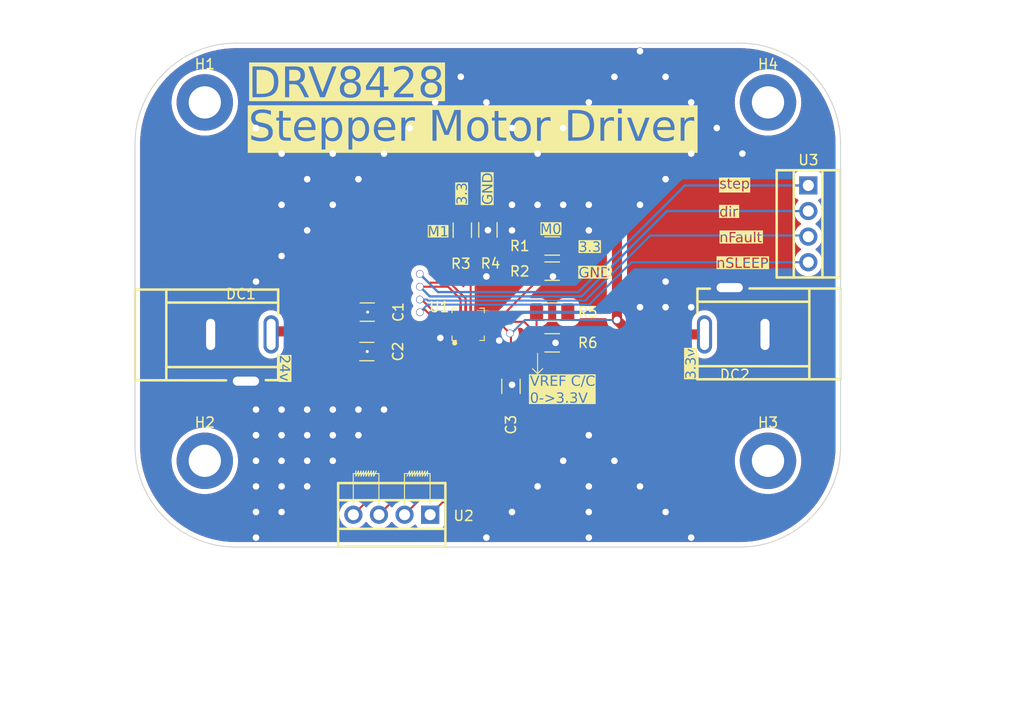
<source format=kicad_pcb>
(kicad_pcb (version 20241229) (generator "pcbnew") (generator_version "9.0")
  (layers (0 "F.Cu" signal) (2 "B.Cu" signal) (13 "F.Paste" user) (15 "B.Paste" user) (5 "F.SilkS" user "F.Silkscreen") (7 "B.SilkS" user "B.Silkscreen") (1 "F.Mask" user) (3 "B.Mask" user) (25 "Edge.Cuts" user))
  (net 0 "")
  (net 1 "+24V")
  (net 2 "GND")
  (net 3 "+3.3V")
  (net 4 "Net-(U1-M0)")
  (net 5 "Net-(U1-M1)")
  (net 6 "Net-(U1-VREF)")
  (net 7 "Net-(U1-EN{slash}nFAULT)")
  (net 8 "Net-(U1-nSLEEP)")
  (net 9 "Net-(U1-DIR)")
  (net 10 "Net-(U1-BOUT1)")
  (net 11 "Net-(U1-BOUT2)")
  (net 12 "Net-(U1-AOUT1)")
  (net 13 "Net-(U1-STEP)")
  (net 14 "Net-(U1-AOUT2)")
  (footprint "MountingHole:MountingHole_3.2mm_M3_DIN965_Pad_TopBottom" (layer "F.Cu") (at 177.8 91.44)
    (property "Reference" "H3" (at 0 -3.8 0) (layer "F.SilkS"))
    (property "Value" "MountingHole_Pad")
    (pad "1" thru_hole circle (at 0 0) (size 3.6 3.6) (drill 3.2) (layers "*.Cu" "*.Mask"))
    (pad "1" connect circle (at 0 0) (size 5.6 5.6) (layers "F.Cu" "F.Mask"))
    (pad "1" connect circle (at 0 0) (size 5.6 5.6) (layers "B.Cu" "B.Mask"))
  )
  (footprint "MountingHole:MountingHole_3.2mm_M3_DIN965_Pad_TopBottom" (layer "F.Cu") (at 121.92 91.44)
    (property "Reference" "H2" (at 0 -3.8 0) (layer "F.SilkS"))
    (property "Value" "MountingHole_Pad")
    (pad "1" thru_hole circle (at 0 0) (size 3.6 3.6) (drill 3.2) (layers "*.Cu" "*.Mask"))
    (pad "1" connect circle (at 0 0) (size 5.6 5.6) (layers "F.Cu" "F.Mask"))
    (pad "1" connect circle (at 0 0) (size 5.6 5.6) (layers "B.Cu" "B.Mask"))
  )
  (footprint "Resistor_SMD:R_1206_3216Metric_Pad1.30x1.75mm_HandSolder" (layer "F.Cu") (at 156.387 72.623)
    (property "Reference" "R2" (at -3.225 0.021 0) (layer "F.SilkS"))
    (property "Value" "0")
    (fp_line (start -0.727064 -0.91) (end 0.727064 -0.91) (stroke (width 0.12)) (layer "F.SilkS"))
    (fp_line (start -0.727064 0.91) (end 0.727064 0.91) (stroke (width 0.12)) (layer "F.SilkS"))
    (pad "1" smd roundrect (at -1.55 0) (size 1.3 1.75) (layers "F.Cu" "F.Mask" "F.Paste") (roundrect_rratio 0.192308) (net 4 "Net-(U1-M0)"))
    (pad "2" smd roundrect (at 1.55 0) (size 1.3 1.75) (layers "F.Cu" "F.Mask" "F.Paste") (roundrect_rratio 0.192308) (net 2 "GND"))
  )
  (footprint "Resistor_SMD:R_1206_3216Metric_Pad1.30x1.75mm_HandSolder" (layer "F.Cu") (at 147.471 68.559 -90)
    (property "Reference" "R3" (at 3.323 0.151 180) (layer "F.SilkS"))
    (property "Value" "0")
    (fp_line (start -0.727064 0.91) (end 0.727064 0.91) (stroke (width 0.12)) (layer "F.SilkS"))
    (fp_line (start -0.727064 -0.91) (end 0.727064 -0.91) (stroke (width 0.12)) (layer "F.SilkS"))
    (pad "1" smd roundrect (at -1.55 0 270) (size 1.3 1.75) (layers "F.Cu" "F.Mask" "F.Paste") (roundrect_rratio 0.192308) (net 3 "+3.3V"))
    (pad "2" smd roundrect (at 1.55 0 270) (size 1.3 1.75) (layers "F.Cu" "F.Mask" "F.Paste") (roundrect_rratio 0.192308) (net 5 "Net-(U1-M1)"))
  )
  (footprint "Capacitor_SMD:C_1206_3216Metric_Pad1.33x1.80mm_HandSolder" (layer "F.Cu") (at 152.297 84.053 90)
    (property "Reference" "C3" (at -3.81 0 90) (layer "F.SilkS"))
    (property "Value" "0.47u")
    (fp_line (start -0.711252 -0.91) (end 0.711252 -0.91) (stroke (width 0.12)) (layer "F.SilkS"))
    (fp_line (start -0.711252 0.91) (end 0.711252 0.91) (stroke (width 0.12)) (layer "F.SilkS"))
    (pad "1" smd roundrect (at -1.5625 0 90) (size 1.325 1.8) (layers "F.Cu" "F.Mask" "F.Paste") (roundrect_rratio 0.188679) (net 2 "GND"))
    (pad "2" smd roundrect (at 1.5625 0 90) (size 1.325 1.8) (layers "F.Cu" "F.Mask" "F.Paste") (roundrect_rratio 0.188679) (net 3 "+3.3V"))
  )
  (footprint "COMPONENTS:DC-IN-TH_DC-005-20A" (layer "F.Cu") (at 174.5 76.58 180)
    (property "Reference" "DC2" (at 0 -6.32 0) (layer "F.SilkS"))
    (property "Value" "DC-005-20A_C136744")
    (fp_line (start 3.7 -0.28) (end 3.7 2.22) (stroke (width 0.25)) (layer "F.SilkS"))
    (fp_line (start 3.7 -6.78) (end 3.7 -4.27) (stroke (width 0.25)) (layer "F.SilkS"))
    (fp_line (start 2.47 2.22) (end 3.7 2.22) (stroke (width 0.25)) (layer "F.SilkS"))
    (fp_line (start -7.32 0.92) (end 3.7 0.92) (stroke (width 0.25)) (layer "F.SilkS"))
    (fp_line (start -7.32 -5.48) (end 3.71 -5.47) (stroke (width 0.25)) (layer "F.SilkS"))
    (fp_line (start -7.4 2.22) (end -7.4 -6.78) (stroke (width 0.25)) (layer "F.SilkS"))
    (fp_line (start -10.51 2.23) (end -1.47 2.24) (stroke (width 0.25)) (layer "F.SilkS"))
    (fp_line (start -10.51 2.23) (end -10.51 -6.77) (stroke (width 0.25)) (layer "F.SilkS"))
    (fp_line (start -10.51 -6.77) (end 3.71 -6.77) (stroke (width 0.25)) (layer "F.SilkS"))
    (pad "1" thru_hole oval (at 3 -2.32 180) (size 1.5 3.8) (drill oval 0.900024 3.100172) (layers "*.Cu" "*.Mask") (net 3 "+3.3V"))
    (pad "2" thru_hole oval (at -3 -2.32) (size 1.5 3.8) (drill oval 0.900024 3.100172) (layers "*.Cu" "*.Mask") (net 2 "GND"))
    (pad "3" thru_hole oval (at 0.5 2.32 90) (size 1.5 3.4) (drill oval 0.900024 2.599792) (layers "*.Cu" "*.Mask") (net 2 "GND"))
  )
  (footprint "MountingHole:MountingHole_3.2mm_M3_DIN965_Pad_TopBottom" (layer "F.Cu") (at 177.8 55.88)
    (property "Reference" "H4" (at 0 -3.8 0) (layer "F.SilkS"))
    (property "Value" "MountingHole_Pad")
    (pad "1" thru_hole circle (at 0 0) (size 3.6 3.6) (drill 3.2) (layers "*.Cu" "*.Mask"))
    (pad "1" connect circle (at 0 0) (size 5.6 5.6) (layers "F.Cu" "F.Mask"))
    (pad "1" connect circle (at 0 0) (size 5.6 5.6) (layers "B.Cu" "B.Mask"))
  )
  (footprint "COMPONENTS:DC-IN-TH_DC-005-20A" (layer "F.Cu") (at 125.5 81.22)
    (property "Reference" "DC1" (at 0 -6.32 0) (layer "F.SilkS"))
    (property "Value" "DC-005-20A_C136744")
    (fp_line (start -10.51 -6.77) (end 3.71 -6.77) (stroke (width 0.25)) (layer "F.SilkS"))
    (fp_line (start -10.51 2.23) (end -10.51 -6.77) (stroke (width 0.25)) (layer "F.SilkS"))
    (fp_line (start -10.51 2.23) (end -1.47 2.24) (stroke (width 0.25)) (layer "F.SilkS"))
    (fp_line (start -7.4 2.22) (end -7.4 -6.78) (stroke (width 0.25)) (layer "F.SilkS"))
    (fp_line (start -7.32 -5.48) (end 3.71 -5.47) (stroke (width 0.25)) (layer "F.SilkS"))
    (fp_line (start -7.32 0.92) (end 3.7 0.92) (stroke (width 0.25)) (layer "F.SilkS"))
    (fp_line (start 2.47 2.22) (end 3.7 2.22) (stroke (width 0.25)) (layer "F.SilkS"))
    (fp_line (start 3.7 -6.78) (end 3.7 -4.27) (stroke (width 0.25)) (layer "F.SilkS"))
    (fp_line (start 3.7 -0.28) (end 3.7 2.22) (stroke (width 0.25)) (layer "F.SilkS"))
    (pad "1" thru_hole oval (at 3 -2.32) (size 1.5 3.8) (drill oval 0.900024 3.100172) (layers "*.Cu" "*.Mask") (net 1 "+24V"))
    (pad "2" thru_hole oval (at -3 -2.32 180) (size 1.5 3.8) (drill oval 0.900024 3.100172) (layers "*.Cu" "*.Mask") (net 2 "GND"))
    (pad "3" thru_hole oval (at 0.5 2.32 270) (size 1.5 3.4) (drill oval 0.900024 2.599792) (layers "*.Cu" "*.Mask") (net 2 "GND"))
  )
  (footprint "Resistor_SMD:R_1206_3216Metric_Pad1.30x1.75mm_HandSolder" (layer "F.Cu") (at 156.387 70.125 180)
    (property "Reference" "R1" (at 3.225 0 0) (layer "F.SilkS"))
    (property "Value" "0")
    (fp_line (start -0.727064 0.91) (end 0.727064 0.91) (stroke (width 0.12)) (layer "F.SilkS"))
    (fp_line (start -0.727064 -0.91) (end 0.727064 -0.91) (stroke (width 0.12)) (layer "F.SilkS"))
    (pad "1" smd roundrect (at -1.55 0 180) (size 1.3 1.75) (layers "F.Cu" "F.Mask" "F.Paste") (roundrect_rratio 0.192308) (net 3 "+3.3V"))
    (pad "2" smd roundrect (at 1.55 0 180) (size 1.3 1.75) (layers "F.Cu" "F.Mask" "F.Paste") (roundrect_rratio 0.192308) (net 4 "Net-(U1-M0)"))
  )
  (footprint "COMPONENTS:CONN-TH_DB125-2.54-4P-GN" (layer "F.Cu") (at 140.47 96.79 180)
    (property "Reference" "U2" (at -7.13 -0.11 180) (layer "F.SilkS"))
    (property "Value" "DB125-2.54-4P-GN")
    (fp_line (start 5.32 3.14) (end -5.32 3.14) (stroke (width 0.25)) (layer "F.SilkS"))
    (fp_line (start 5.32 1.44) (end -5.32 1.44) (stroke (width 0.25)) (layer "F.SilkS"))
    (fp_line (start 5.32 -1.4) (end -5.32 -1.4) (stroke (width 0.25)) (layer "F.SilkS"))
    (fp_line (start 5.32 -3.14) (end 5.32 3.14) (stroke (width 0.25)) (layer "F.SilkS"))
    (fp_line (start 5.32 -3.14) (end -5.32 -3.14) (stroke (width 0.25)) (layer "F.SilkS"))
    (fp_line (start -5.32 -3.14) (end -5.32 3.14) (stroke (width 0.25)) (layer "F.SilkS"))
    (pad "1" thru_hole rect (at -3.81 0 180) (size 1.8 1.8) (drill 1.100023) (layers "*.Cu" "*.Mask") (net 10 "Net-(U1-BOUT1)"))
    (pad "2" thru_hole circle (at -1.27 0 180) (size 1.8 1.8) (drill 1.100023) (layers "*.Cu" "*.Mask") (net 11 "Net-(U1-BOUT2)"))
    (pad "3" thru_hole circle (at 1.27 0 180) (size 1.8 1.8) (drill 1.100023) (layers "*.Cu" "*.Mask") (net 14 "Net-(U1-AOUT2)"))
    (pad "4" thru_hole circle (at 3.81 0 180) (size 1.8 1.8) (drill 1.100023) (layers "*.Cu" "*.Mask") (net 12 "Net-(U1-AOUT1)"))
  )
  (footprint "Resistor_SMD:R_1206_3216Metric_Pad1.30x1.75mm_HandSolder" (layer "F.Cu") (at 150.011 68.533 90)
    (property "Reference" "R4" (at -3.328 0.254 180) (layer "F.SilkS"))
    (property "Value" "0")
    (fp_line (start -0.727064 -0.91) (end 0.727064 -0.91) (stroke (width 0.12)) (layer "F.SilkS"))
    (fp_line (start -0.727064 0.91) (end 0.727064 0.91) (stroke (width 0.12)) (layer "F.SilkS"))
    (pad "1" smd roundrect (at -1.55 0 90) (size 1.3 1.75) (layers "F.Cu" "F.Mask" "F.Paste") (roundrect_rratio 0.192308) (net 5 "Net-(U1-M1)"))
    (pad "2" smd roundrect (at 1.55 0 90) (size 1.3 1.75) (layers "F.Cu" "F.Mask" "F.Paste") (roundrect_rratio 0.192308) (net 2 "GND"))
  )
  (footprint "COMPONENTS:WQFN-16_L3.0-W3.0-P0.50-BL-EP1.7" (layer "F.Cu") (at 148.05 77.9)
    (property "Reference" "U1" (at -2.865 -1.721 0) (layer "F.SilkS"))
    (property "Value" "DRV8428RTER")
    (fp_line (start -1.6 -1.6) (end -1.6 -1.14) (stroke (width 0.1)) (layer "F.SilkS"))
    (fp_line (start -1.6 -1.6) (end -1.15 -1.6) (stroke (width 0.1)) (layer "F.SilkS"))
    (fp_line (start -1.6 1.14) (end -1.6 1.6) (stroke (width 0.1)) (layer "F.SilkS"))
    (fp_line (start -1.6 1.6) (end -1.15 1.6) (stroke (width 0.1)) (layer "F.SilkS"))
    (fp_line (start 1.14 -1.6) (end 1.6 -1.6) (stroke (width 0.1)) (layer "F.SilkS"))
    (fp_line (start 1.14 1.6) (end 1.6 1.6) (stroke (width 0.1)) (layer "F.SilkS"))
    (fp_line (start 1.6 -1.14) (end 1.6 -1.6) (stroke (width 0.1)) (layer "F.SilkS"))
    (fp_line (start 1.6 1.6) (end 1.6 1.14) (stroke (width 0.1)) (layer "F.SilkS"))
    (fp_arc (start -1.34 1.85) (mid -1.34 1.85) (end -1.34 1.85) (stroke (width 0.25)) (layer "F.SilkS"))
    (pad "1" smd rect (at -0.75 1.5) (size 0.28 0.8) (layers "F.Cu" "F.Mask" "F.Paste") (net 12 "Net-(U1-AOUT1)"))
    (pad "2" smd rect (at -0.25 1.5) (size 0.28 0.8) (layers "F.Cu" "F.Mask" "F.Paste") (net 14 "Net-(U1-AOUT2)"))
    (pad "3" smd rect (at 0.25 1.5) (size 0.28 0.8) (layers "F.Cu" "F.Mask" "F.Paste") (net 11 "Net-(U1-BOUT2)"))
    (pad "4" smd rect (at 0.75 1.5) (size 0.28 0.8) (layers "F.Cu" "F.Mask" "F.Paste") (net 10 "Net-(U1-BOUT1)"))
    (pad "5" smd rect (at 1.5 0.75) (size 0.8 0.28) (layers "F.Cu" "F.Mask" "F.Paste") (net 2 "GND"))
    (pad "6" smd rect (at 1.5 0.25) (size 0.8 0.28) (layers "F.Cu" "F.Mask" "F.Paste") (net 3 "+3.3V"))
    (pad "7" smd rect (at 1.5 -0.25) (size 0.8 0.28) (layers "F.Cu" "F.Mask" "F.Paste") (net 6 "Net-(U1-VREF)"))
    (pad "8" smd rect (at 1.5 -0.75) (size 0.8 0.28) (layers "F.Cu" "F.Mask" "F.Paste") (net 4 "Net-(U1-M0)"))
    (pad "9" smd rect (at 0.75 -1.5) (size 0.28 0.8) (layers "F.Cu" "F.Mask" "F.Paste") (net 2 "GND"))
    (pad "10" smd rect (at 0.25 -1.5) (size 0.28 0.8) (layers "F.Cu" "F.Mask" "F.Paste") (net 5 "Net-(U1-M1)"))
    (pad "11" smd rect (at -0.25 -1.5) (size 0.28 0.8) (layers "F.Cu" "F.Mask" "F.Paste") (net 13 "Net-(U1-STEP)"))
    (pad "12" smd rect (at -0.75 -1.5) (size 0.28 0.8) (layers "F.Cu" "F.Mask" "F.Paste") (net 9 "Net-(U1-DIR)"))
    (pad "13" smd rect (at -1.5 -0.75) (size 0.8 0.28) (layers "F.Cu" "F.Mask" "F.Paste") (net 7 "Net-(U1-EN{slash}nFAULT)"))
    (pad "14" smd rect (at -1.5 -0.25) (size 0.8 0.28) (layers "F.Cu" "F.Mask" "F.Paste") (net 8 "Net-(U1-nSLEEP)"))
    (pad "15" smd rect (at -1.5 0.25) (size 0.8 0.28) (layers "F.Cu" "F.Mask" "F.Paste") (net 1 "+24V"))
    (pad "16" smd rect (at -1.5 0.75) (size 0.8 0.28) (layers "F.Cu" "F.Mask" "F.Paste") (net 2 "GND"))
    (pad "17" smd custom (at 0 0) (size 0.01 0.01) (layers "F.Cu" "F.Mask" "F.Paste") (net 2 "GND") (options (clearance outline) (anchor circle)) (primitives (gr_poly (pts (xy -0.85 -0.85) (xy 0.85 -0.85) (xy 0.85 0.85) (xy -0.5 0.85) (xy -0.85 0.5)) (width 0.1) (fill yes))))
  )
  (footprint "Resistor_SMD:R_1206_3216Metric_Pad1.30x1.75mm_HandSolder" (layer "F.Cu") (at 156.387 76.687)
    (property "Reference" "R5" (at 3.53 0 0) (layer "F.SilkS"))
    (property "Value" "0")
    (fp_line (start -0.727064 -0.91) (end 0.727064 -0.91) (stroke (width 0.12)) (layer "F.SilkS"))
    (fp_line (start -0.727064 0.91) (end 0.727064 0.91) (stroke (width 0.12)) (layer "F.SilkS"))
    (pad "1" smd roundrect (at -1.55 0) (size 1.3 1.75) (layers "F.Cu" "F.Mask" "F.Paste") (roundrect_rratio 0.192308) (net 6 "Net-(U1-VREF)"))
    (pad "2" smd roundrect (at 1.55 0) (size 1.3 1.75) (layers "F.Cu" "F.Mask" "F.Paste") (roundrect_rratio 0.192308) (net 3 "+3.3V"))
  )
  (footprint "COMPONENTS:CONN-TH_DB125-2.54-4P-GN" (layer "F.Cu") (at 181.8 67.93 -90)
    (property "Reference" "U3" (at -6.33 -0.01 0) (layer "F.SilkS"))
    (property "Value" "DB125-2.54-4P-GN")
    (fp_line (start 5.32 3.14) (end -5.32 3.14) (stroke (width 0.25)) (layer "F.SilkS"))
    (fp_line (start 5.32 1.44) (end -5.32 1.44) (stroke (width 0.25)) (layer "F.SilkS"))
    (fp_line (start 5.32 -1.4) (end -5.32 -1.4) (stroke (width 0.25)) (layer "F.SilkS"))
    (fp_line (start -5.32 -3.14) (end -5.32 3.14) (stroke (width 0.25)) (layer "F.SilkS"))
    (fp_line (start 5.32 -3.14) (end 5.32 3.14) (stroke (width 0.25)) (layer "F.SilkS"))
    (fp_line (start 5.32 -3.14) (end -5.32 -3.14) (stroke (width 0.25)) (layer "F.SilkS"))
    (pad "1" thru_hole rect (at -3.81 0 270) (size 1.8 1.8) (drill 1.100023) (layers "*.Cu" "*.Mask") (net 13 "Net-(U1-STEP)"))
    (pad "2" thru_hole circle (at -1.27 0 270) (size 1.8 1.8) (drill 1.100023) (layers "*.Cu" "*.Mask") (net 9 "Net-(U1-DIR)"))
    (pad "3" thru_hole circle (at 1.27 0 270) (size 1.8 1.8) (drill 1.100023) (layers "*.Cu" "*.Mask") (net 7 "Net-(U1-EN{slash}nFAULT)"))
    (pad "4" thru_hole circle (at 3.81 0 270) (size 1.8 1.8) (drill 1.100023) (layers "*.Cu" "*.Mask") (net 8 "Net-(U1-nSLEEP)"))
  )
  (footprint "Resistor_SMD:R_1206_3216Metric_Pad1.30x1.75mm_HandSolder" (layer "F.Cu") (at 156.387 79.735 180)
    (property "Reference" "R6" (at -3.53 0 0) (layer "F.SilkS"))
    (property "Value" "0")
    (fp_line (start -0.727064 0.91) (end 0.727064 0.91) (stroke (width 0.12)) (layer "F.SilkS"))
    (fp_line (start -0.727064 -0.91) (end 0.727064 -0.91) (stroke (width 0.12)) (layer "F.SilkS"))
    (pad "1" smd roundrect (at -1.55 0 180) (size 1.3 1.75) (layers "F.Cu" "F.Mask" "F.Paste") (roundrect_rratio 0.192308) (net 2 "GND"))
    (pad "2" smd roundrect (at 1.55 0 180) (size 1.3 1.75) (layers "F.Cu" "F.Mask" "F.Paste") (roundrect_rratio 0.192308) (net 6 "Net-(U1-VREF)"))
  )
  (footprint "MountingHole:MountingHole_3.2mm_M3_DIN965_Pad_TopBottom" (layer "F.Cu") (at 121.92 55.88)
    (property "Reference" "H1" (at 0 -3.8 0) (layer "F.SilkS"))
    (property "Value" "MountingHole_Pad")
    (pad "1" thru_hole circle (at 0 0) (size 3.6 3.6) (drill 3.2) (layers "*.Cu" "*.Mask"))
    (pad "1" connect circle (at 0 0) (size 5.6 5.6) (layers "F.Cu" "F.Mask"))
    (pad "1" connect circle (at 0 0) (size 5.6 5.6) (layers "B.Cu" "B.Mask"))
  )
  (footprint "Capacitor_SMD:C_1206_3216Metric_Pad1.33x1.80mm_HandSolder" (layer "F.Cu") (at 138 80.6)
    (property "Reference" "C2" (at 3.0865 0 90) (layer "F.SilkS"))
    (property "Value" "0.01u")
    (fp_line (start -0.711252 -0.91) (end 0.711252 -0.91) (stroke (width 0.12)) (layer "F.SilkS"))
    (fp_line (start -0.711252 0.91) (end 0.711252 0.91) (stroke (width 0.12)) (layer "F.SilkS"))
    (pad "1" smd roundrect (at -1.5625 0) (size 1.325 1.8) (layers "F.Cu" "F.Mask" "F.Paste") (roundrect_rratio 0.188679) (net 2 "GND"))
    (pad "2" smd roundrect (at 1.5625 0) (size 1.325 1.8) (layers "F.Cu" "F.Mask" "F.Paste") (roundrect_rratio 0.188679) (net 1 "+24V"))
  )
  (footprint "Capacitor_SMD:C_1206_3216Metric_Pad1.33x1.80mm_HandSolder" (layer "F.Cu") (at 138.0345 76.687)
    (property "Reference" "C1" (at 3.0865 0 90) (layer "F.SilkS"))
    (property "Value" "100u")
    (fp_line (start -0.711252 -0.91) (end 0.711252 -0.91) (stroke (width 0.12)) (layer "F.SilkS"))
    (fp_line (start -0.711252 0.91) (end 0.711252 0.91) (stroke (width 0.12)) (layer "F.SilkS"))
    (pad "1" smd roundrect (at -1.5625 0) (size 1.325 1.8) (layers "F.Cu" "F.Mask" "F.Paste") (roundrect_rratio 0.188679) (net 2 "GND"))
    (pad "2" smd roundrect (at 1.5625 0) (size 1.325 1.8) (layers "F.Cu" "F.Mask" "F.Paste") (roundrect_rratio 0.188679) (net 1 "+24V"))
  )
  (gr_line (start 143.002 92.456) (end 143.002 92.964) (stroke (width 0.1)) (layer "F.SilkS"))
  (gr_line (start 143.256 92.964) (end 143.51 92.456) (stroke (width 0.1)) (layer "F.SilkS"))
  (gr_line (start 138.43 92.456) (end 138.43 92.964) (stroke (width 0.1)) (layer "F.SilkS"))
  (gr_line (start 136.652 92.71) (end 139.192 92.71) (stroke (width 0.1)) (layer "F.SilkS"))
  (gr_line (start 143.764 92.964) (end 144.018 92.456) (stroke (width 0.1)) (layer "F.SilkS"))
  (gr_line (start 136.906 92.964) (end 136.906 92.456) (stroke (width 0.1)) (layer "F.SilkS"))
  (gr_line (start 137.668 92.456) (end 137.668 92.964) (stroke (width 0.1)) (layer "F.SilkS"))
  (gr_line (start 154.94 80.772) (end 154.94 82.804) (stroke (width 0.1)) (layer "F.SilkS"))
  (gr_line (start 137.16 92.964) (end 137.414 92.456) (stroke (width 0.1)) (layer "F.SilkS"))
  (gr_line (start 144.272 92.71) (end 144.272 95.758) (stroke (width 0.1)) (layer "F.SilkS"))
  (gr_line (start 139.192 92.71) (end 139.192 95.758) (stroke (width 0.1)) (layer "F.SilkS"))
  (gr_line (start 137.16 92.964) (end 137.16 92.456) (stroke (width 0.1)) (layer "F.SilkS"))
  (gr_line (start 142.494 92.964) (end 142.748 92.456) (stroke (width 0.1)) (layer "F.SilkS"))
  (gr_line (start 137.16 92.456) (end 136.906 92.964) (stroke (width 0.1)) (layer "F.SilkS"))
  (gr_line (start 141.732 95.758) (end 141.732 92.71) (stroke (width 0.1)) (layer "F.SilkS"))
  (gr_line (start 143.256 92.456) (end 143.256 92.964) (stroke (width 0.1)) (layer "F.SilkS"))
  (gr_line (start 138.176 92.456) (end 138.176 92.964) (stroke (width 0.1)) (layer "F.SilkS"))
  (gr_line (start 142.24 92.964) (end 142.494 92.456) (stroke (width 0.1)) (layer "F.SilkS"))
  (gr_line (start 154.94 82.804) (end 154.432 82.296) (stroke (width 0.1)) (layer "F.SilkS"))
  (gr_line (start 137.414 92.964) (end 137.668 92.456) (stroke (width 0.1)) (layer "F.SilkS"))
  (gr_line (start 138.684 92.964) (end 138.938 92.456) (stroke (width 0.1)) (layer "F.SilkS"))
  (gr_line (start 136.652 95.758) (end 136.652 92.71) (stroke (width 0.1)) (layer "F.SilkS"))
  (gr_line (start 141.986 92.964) (end 142.24 92.456) (stroke (width 0.1)) (layer "F.SilkS"))
  (gr_line (start 142.494 92.456) (end 142.494 92.964) (stroke (width 0.1)) (layer "F.SilkS"))
  (gr_line (start 143.51 92.456) (end 143.51 92.964) (stroke (width 0.1)) (layer "F.SilkS"))
  (gr_line (start 142.24 92.456) (end 142.24 92.964) (stroke (width 0.1)) (layer "F.SilkS"))
  (gr_line (start 143.002 92.964) (end 143.256 92.456) (stroke (width 0.1)) (layer "F.SilkS"))
  (gr_line (start 143.764 92.456) (end 143.764 92.964) (stroke (width 0.1)) (layer "F.SilkS"))
  (gr_line (start 137.414 92.456) (end 137.414 92.964) (stroke (width 0.1)) (layer "F.SilkS"))
  (gr_line (start 142.748 92.964) (end 143.002 92.456) (stroke (width 0.1)) (layer "F.SilkS"))
  (gr_line (start 141.732 92.71) (end 144.272 92.71) (stroke (width 0.1)) (layer "F.SilkS"))
  (gr_line (start 144.018 92.456) (end 144.018 92.964) (stroke (width 0.1)) (layer "F.SilkS"))
  (gr_line (start 138.684 92.456) (end 138.684 92.964) (stroke (width 0.1)) (layer "F.SilkS"))
  (gr_line (start 138.43 92.964) (end 138.684 92.456) (stroke (width 0.1)) (layer "F.SilkS"))
  (gr_line (start 137.922 92.456) (end 137.922 92.964) (stroke (width 0.1)) (layer "F.SilkS"))
  (gr_line (start 154.94 82.804) (end 155.448 82.296) (stroke (width 0.1)) (layer "F.SilkS"))
  (gr_line (start 142.748 92.456) (end 142.748 92.964) (stroke (width 0.1)) (layer "F.SilkS"))
  (gr_line (start 143.51 92.964) (end 143.764 92.456) (stroke (width 0.1)) (layer "F.SilkS"))
  (gr_line (start 138.176 92.964) (end 138.43 92.456) (stroke (width 0.1)) (layer "F.SilkS"))
  (gr_line (start 137.668 92.964) (end 137.922 92.456) (stroke (width 0.1)) (layer "F.SilkS"))
  (gr_line (start 137.922 92.964) (end 138.176 92.456) (stroke (width 0.1)) (layer "F.SilkS"))
  (gr_line (start 175 100) (end 125 100) (stroke (width 0.1)) (layer "Edge.Cuts"))
  (gr_arc (start 175 50) (mid 182.071068 52.928932) (end 185 60) (stroke (width 0.1)) (layer "Edge.Cuts"))
  (gr_line (start 115 60) (end 115 90) (stroke (width 0.1)) (layer "Edge.Cuts"))
  (gr_arc (start 125 100) (mid 117.928932 97.071068) (end 115 90) (stroke (width 0.1)) (layer "Edge.Cuts"))
  (gr_arc (start 115 60) (mid 117.928932 52.928932) (end 125 50) (stroke (width 0.1)) (layer "Edge.Cuts"))
  (gr_line (start 185 90) (end 185 60) (stroke (width 0.1)) (layer "Edge.Cuts"))
  (gr_arc (start 185 90) (mid 182.071068 97.071068) (end 175 100) (stroke (width 0.1)) (layer "Edge.Cuts"))
  (gr_line (start 175 50) (end 125 50) (stroke (width 0.1)) (layer "Edge.Cuts"))
  (gr_text "GND" (at 150.622 66.04 90) (layer "F.SilkS" knockout) (effects (font (size 1 1) (thickness 0.1)) (justify left bottom)))
  (gr_text "3.3" (at 159.004 70.866 0) (layer "F.SilkS" knockout) (effects (font (size 1 1) (thickness 0.1)) (justify left bottom)))
  (gr_text "step" (at 172.974 64.008 0) (layer "F.SilkS" knockout) (effects (font (size 1 1) (thickness 0.1)) (justify left)))
  (gr_text "24v" (at 129.2 80.94 270) (layer "F.SilkS" knockout) (effects (font (size 1 1) (thickness 0.1)) (justify left bottom)))
  (gr_text "nSLEEP" (at 175.26 71.882 0) (layer "F.SilkS" knockout) (effects (font (size 1 1) (thickness 0.1))))
  (gr_text "Stepper Motor Driver" (at 126.238 60.198 0) (layer "F.SilkS" knockout) (effects (font (size 3 3) (thickness 0.1)) (justify left bottom)))
  (gr_text "GND" (at 159.004 73.406 0) (layer "F.SilkS" knockout) (effects (font (size 1 1) (thickness 0.1)) (justify left bottom)))
  (gr_text "M1" (at 144.018 69.342 0) (layer "F.SilkS" knockout) (effects (font (size 1 1) (thickness 0.1)) (justify left bottom)))
  (gr_text "M0" (at 155.194 69.088 0) (layer "F.SilkS" knockout) (effects (font (size 1 1) (thickness 0.1)) (justify left bottom)))
  (gr_text "VREF C/C\n0->3.3V" (at 154.178 85.852 0) (layer "F.SilkS" knockout) (effects (font (size 1 1) (thickness 0.1)) (justify left bottom)))
  (gr_text "DRV8428" (at 126.238 55.88 0) (layer "F.SilkS" knockout) (effects (font (size 3 3) (thickness 0.1)) (justify left bottom)))
  (gr_text "3.3" (at 148.082 66.04 90) (layer "F.SilkS" knockout) (effects (font (size 1 1) (thickness 0.1)) (justify left bottom)))
  (gr_text "3.3v" (at 170.79 83.35 90) (layer "F.SilkS" knockout) (effects (font (size 1 1) (thickness 0.1)) (justify left bottom)))
  (gr_text "nFault" (at 172.974 69.342 0) (layer "F.SilkS" knockout) (effects (font (size 1 1) (thickness 0.1)) (justify left)))
  (gr_text "dir" (at 172.974 66.802 0) (layer "F.SilkS" knockout) (effects (font (size 1 1) (thickness 0.1)) (justify left)))
  (segment (start 139.5625 80.6) (end 139.5625 76.7215) (width 1) (layer "F.Cu") (net 1))
  (segment (start 139.4625 78.6) (end 128.8 78.6) (width 1) (layer "F.Cu") (net 1))
  (segment (start 128.8 78.6) (end 128.5 78.9) (width 0.3) (layer "F.Cu") (net 1))
  (segment (start 146.55 78.15) (end 140.1125 78.15) (width 0.3) (layer "F.Cu") (net 1))
  (segment (start 139.5625 76.7215) (end 139.597 76.687) (width 1) (layer "F.Cu") (net 1))
  (segment (start 140.1125 78.15) (end 139.5625 78.7) (width 0.3) (layer "F.Cu") (net 1))
  (segment (start 139.5625 78.7) (end 139.4625 78.6) (width 0.3) (layer "F.Cu") (net 1))
  (segment (start 146.55 78.65) (end 145.886 78.65) (width 0.2) (layer "F.Cu") (net 2))
  (segment (start 150.278 78.65) (end 151.13 79.502) (width 0.2) (layer "F.Cu") (net 2))
  (segment (start 156.718 79.735) (end 156.615 79.735) (width 0.2) (layer "F.Cu") (net 2))
  (segment (start 145.886 78.65) (end 145.288 79.248) (width 0.2) (layer "F.Cu") (net 2))
  (segment (start 157.937 72.623) (end 156.993 72.623) (width 0.2) (layer "F.Cu") (net 2))
  (segment (start 148.8 78.65) (end 148.05 77.9) (width 0.2) (layer "F.Cu") (net 2))
  (segment (start 156.993 72.623) (end 156.464 73.152) (width 0.2) (layer "F.Cu") (net 2))
  (segment (start 136.4375 80.6) (end 138.0385 80.6) (width 0.2) (layer "F.Cu") (net 2))
  (segment (start 157.937 79.735) (end 156.718 79.735) (width 0.2) (layer "F.Cu") (net 2))
  (segment (start 148.8 76.4) (end 148.8 77.15) (width 0.2) (layer "F.Cu") (net 2))
  (segment (start 152.297 85.6155) (end 152.297 84.003) (width 0.2) (layer "F.Cu") (net 2))
  (segment (start 148.8 76.4) (end 148.8 74.212) (width 0.2) (layer "F.Cu") (net 2))
  (segment (start 136.472 76.687) (end 138.073 76.687) (width 0.2) (layer "F.Cu") (net 2))
  (segment (start 149.55 78.65) (end 150.278 78.65) (width 0.2) (layer "F.Cu") (net 2))
  (segment (start 149.55 78.65) (end 148.8 78.65) (width 0.2) (layer "F.Cu") (net 2))
  (segment (start 150.011 66.983) (end 150.011 68.559) (width 0.2) (layer "F.Cu") (net 2))
  (segment (start 148.8 77.15) (end 148.05 77.9) (width 0.2) (layer "F.Cu") (net 2))
  (segment (start 148.8 74.212) (end 149.86 73.152) (width 0.2) (layer "F.Cu") (net 2))
  (segment (start 146.55 78.65) (end 147.3 78.65) (width 0.2) (layer "F.Cu") (net 2))
  (segment (start 152.297 84.003) (end 152.4 83.9) (width 0.2) (layer "F.Cu") (net 2))
  (segment (start 147.3 78.65) (end 148.05 77.9) (width 0.2) (layer "F.Cu") (net 2))
  (via (at 142.24 58.42) (size 0.75) (drill 0.65) (layers "F.Cu" "B.Cu") (net 2))
  (via (at 138.0385 80.6) (size 0.6) (drill 0.3) (layers "F.Cu" "B.Cu") (net 2))
  (via (at 127 93.98) (size 0.75) (drill 0.65) (layers "F.Cu" "B.Cu") (net 2))
  (via (at 152.4 68.58) (size 0.75) (drill 0.65) (layers "F.Cu" "B.Cu") (net 2))
  (via (at 160.02 96.52) (size 0.75) (drill 0.65) (layers "F.Cu" "B.Cu") (net 2))
  (via (at 162.56 91.44) (size 0.75) (drill 0.65) (layers "F.Cu" "B.Cu") (net 2))
  (via (at 129.54 66.04) (size 0.75) (drill 0.65) (layers "F.Cu" "B.Cu") (net 2))
  (via (at 152.4 58.42) (size 0.75) (drill 0.65) (layers "F.Cu" "B.Cu") (net 2))
  (via (at 167.64 96.52) (size 0.75) (drill 0.65) (layers "F.Cu" "B.Cu") (net 2))
  (via (at 127 99.06) (size 0.75) (drill 0.65) (layers "F.Cu" "B.Cu") (net 2))
  (via (at 129.54 93.98) (size 0.75) (drill 0.65) (layers "F.Cu" "B.Cu") (net 2))
  (via (at 127 88.9) (size 0.75) (drill 0.65) (layers "F.Cu" "B.Cu") (net 2))
  (via (at 127 58.42) (size 0.75) (drill 0.65) (layers "F.Cu" "B.Cu") (net 2))
  (via (at 165.1 93.98) (size 0.75) (drill 0.65) (layers "F.Cu" "B.Cu") (net 2))
  (via (at 160.02 68.58) (size 0.75) (drill 0.65) (layers "F.Cu" "B.Cu") (net 2))
  (via (at 165.1 66.04) (size 0.75) (drill 0.65) (layers "F.Cu" "B.Cu") (net 2))
  (via (at 154.94 60.96) (size 0.75) (drill 0.65) (layers "F.Cu" "B.Cu") (net 2))
  (via (at 156.718 79.735) (size 0.75) (drill 0.65) (layers "F.Cu" "B.Cu") (net 2))
  (via (at 149.86 99.06) (size 0.75) (drill 0.65) (layers "F.Cu" "B.Cu") (net 2))
  (via (at 132.08 88.9) (size 0.75) (drill 0.65) (layers "F.Cu" "B.Cu") (net 2))
  (via (at 127 73.66) (size 0.75) (drill 0.65) (layers "F.Cu" "B.Cu") (net 2))
  (via (at 134.62 86.36) (size 0.75) (drill 0.65) (layers "F.Cu" "B.Cu") (net 2))
  (via (at 152.4 83.9) (size 0.75) (drill 0.65) (layers "F.Cu" "B.Cu") (net 2))
  (via (at 156.464 73.152) (size 0.75) (drill 0.65) (layers "F.Cu" "B.Cu") (net 2))
  (via (at 167.64 76.2) (size 0.75) (drill 0.65) (layers "F.Cu" "B.Cu") (net 2))
  (via (at 175.26 60.96) (size 0.75) (drill 0.65) (layers "F.Cu" "B.Cu") (net 2))
  (via (at 132.08 86.36) (size 0.75) (drill 0.65) (layers "F.Cu" "B.Cu") (net 2))
  (via (at 134.62 88.9) (size 0.75) (drill 0.65) (layers "F.Cu" "B.Cu") (net 2))
  (via (at 134.62 60.96) (size 0.75) (drill 0.65) (layers "F.Cu" "B.Cu") (net 2))
  (via (at 129.54 86.36) (size 0.75) (drill 0.65) (layers "F.Cu" "B.Cu") (net 2))
  (via (at 137.16 63.5) (size 0.75) (drill 0.65) (layers "F.Cu" "B.Cu") (net 2))
  (via (at 151.13 79.502) (size 0.75) (drill 0.65) (layers "F.Cu" "B.Cu") (net 2))
  (via (at 149.86 55.88) (size 0.75) (drill 0.65) (layers "F.Cu" "B.Cu") (net 2))
  (via (at 129.54 91.44) (size 0.75) (drill 0.65) (layers "F.Cu" "B.Cu") (net 2))
  (via (at 134.62 91.44) (size 0.75) (drill 0.65) (layers "F.Cu" "B.Cu") (net 2))
  (via (at 154.94 66.04) (size 0.75) (drill 0.65) (layers "F.Cu" "B.Cu") (net 2))
  (via (at 129.54 71.12) (size 0.75) (drill 0.65) (layers "F.Cu" "B.Cu") (net 2))
  (via (at 137.16 88.9) (size 0.75) (drill 0.65) (layers "F.Cu" "B.Cu") (net 2))
  (via (at 139.7 60.96) (size 0.75) (drill 0.65) (layers "F.Cu" "B.Cu") (net 2))
  (via (at 138.073 76.687) (size 0.6) (drill 0.3) (layers "F.Cu" "B.Cu") (net 2))
  (via (at 129.54 88.9) (size 0.75) (drill 0.65) (layers "F.Cu" "B.Cu") (net 2))
  (via (at 145.288 79.248) (size 0.75) (drill 0.65) (layers "F.Cu" "B.Cu") (net 2))
  (via (at 127 96.52) (size 0.75) (drill 0.65) (layers "F.Cu" "B.Cu") (net 2))
  (via (at 154.94 93.98) (size 0.75) (drill 0.65) (layers "F.Cu" "B.Cu") (net 2))
  (via (at 127 91.44) (size 0.75) (drill 0.65) (layers "F.Cu" "B.Cu") (net 2))
  (via (at 162.56 53.34) (size 0.75) (drill 0.65) (layers "F.Cu" "B.Cu") (net 2))
  (via (at 147.32 53.34) (size 0.75) (drill 0.65) (layers "F.Cu" "B.Cu") (net 2))
  (via (at 160.02 88.9) (size 0.75) (drill 0.65) (layers "F.Cu" "B.Cu") (net 2))
  (via (at 132.08 68.58) (size 0.75) (drill 0.65) (layers "F.Cu" "B.Cu") (net 2))
  (via (at 127 88.9) (size 0.75) (drill 0.65) (layers "F.Cu" "B.Cu") (net 2))
  (via (at 129.54 96.52) (size 0.75) (drill 0.65) (layers "F.Cu" "B.Cu") (net 2))
  (via (at 127 86.36) (size 0.75) (drill 0.65) (layers "F.Cu" "B.Cu") (net 2))
  (via (at 170.18 55.88) (size 0.75) (drill 0.65) (layers "F.Cu" "B.Cu") (net 2))
  (via (at 150.011 68.559) (size 0.75) (drill 0.65) (layers "F.Cu" "B.Cu") (net 2))
  (via (at 132.08 63.5) (size 0.75) (drill 0.65) (layers "F.Cu" "B.Cu") (net 2))
  (via (at 165.1 50.8) (size 0.75) (drill 0.65) (layers "F.Cu" "B.Cu") (net 2))
  (via (at 167.64 73.66) (size 0.75) (drill 0.65) (layers "F.Cu" "B.Cu") (net 2))
  (via (at 149.86 73.152) (size 0.75) (drill 0.65) (layers "F.Cu" "B.Cu") (net 2))
  (via (at 157.48 66.04) (size 0.75) (drill 0.65) (layers "F.Cu" "B.Cu") (net 2))
  (via (at 139.7 86.36) (size 0.75) (drill 0.65) (layers "F.Cu" "B.Cu") (net 2))
  (via (at 167.64 63.5) (size 0.75) (drill 0.65) (layers "F.Cu" "B.Cu") (net 2))
  (via (at 160.02 93.98) (size 0.75) (drill 0.65) (layers "F.Cu" "B.Cu") (net 2))
  (via (at 157.48 91.44) (size 0.75) (drill 0.65) (layers "F.Cu" "B.Cu") (net 2))
  (via (at 167.64 53.34) (size 0.75) (drill 0.65) (layers "F.Cu" "B.Cu") (net 2))
  (via (at 170.18 76.2) (size 0.75) (drill 0.65) (layers "F.Cu" "B.Cu") (net 2))
  (via (at 152.4 66.04) (size 0.75) (drill 0.65) (layers "F.Cu" "B.Cu") (net 2))
  (via (at 144.78 55.88) (size 0.75) (drill 0.65) (layers "F.Cu" "B.Cu") (net 2))
  (via (at 160.02 55.88) (size 0.75) (drill 0.65) (layers "F.Cu" "B.Cu") (net 2))
  (via (at 132.08 91.44) (size 0.75) (drill 0.65) (layers "F.Cu" "B.Cu") (net 2))
  (via (at 132.08 93.98) (size 0.75) (drill 0.65) (layers "F.Cu" "B.Cu") (net 2))
  (via (at 129.54 60.96) (size 0.75) (drill 0.65) (layers "F.Cu" "B.Cu") (net 2))
  (via (at 170.18 99.06) (size 0.75) (drill 0.65) (layers "F.Cu" "B.Cu") (net 2))
  (via (at 137.16 86.36) (size 0.75) (drill 0.65) (layers "F.Cu" "B.Cu") (net 2))
  (via (at 172.72 58.42) (size 0.75) (drill 0.65) (layers "F.Cu" "B.Cu") (net 2))
  (via (at 152.4 96.52) (size 0.75) (drill 0.65) (layers "F.Cu" "B.Cu") (net 2))
  (via (at 165.1 76.2) (size 0.75) (drill 0.65) (layers "F.Cu" "B.Cu") (net 2))
  (via (at 160.02 99.06) (size 0.75) (drill 0.65) (layers "F.Cu" "B.Cu") (net 2))
  (via (at 160.02 66.04) (size 0.75) (drill 0.65) (layers "F.Cu" "B.Cu") (net 2))
  (via (at 134.62 66.04) (size 0.75) (drill 0.65) (layers "F.Cu" "B.Cu") (net 2))
  (via (at 157.48 58.42) (size 0.75) (drill 0.65) (layers "F.Cu" "B.Cu") (net 2))
  (via (at 170.18 60.96) (size 0.75) (drill 0.65) (layers "F.Cu" "B.Cu") (net 2))
  (segment (start 171.5 78.9) (end 164.244 78.9) (width 1) (layer "F.Cu") (net 3))
  (segment (start 152.2 78.9) (end 152.297 78.997) (width 0.2) (layer "F.Cu") (net 3))
  (segment (start 162.56 62.992) (end 148.336 62.992) (width 1) (layer "F.Cu") (net 3))
  (segment (start 152.297 78.997) (end 152.297 82.4905) (width 0.2) (layer "F.Cu") (net 3))
  (segment (start 157.958 70.104) (end 157.937 70.125) (width 0.2) (layer "F.Cu") (net 3))
  (segment (start 162.052 70.104) (end 157.958 70.104) (width 0.2) (layer "F.Cu") (net 3))
  (segment (start 162.814 69.342) (end 162.814 63.246) (width 1) (layer "F.Cu") (net 3))
  (segment (start 147.471 63.857) (end 148.336 62.992) (width 1) (layer "F.Cu") (net 3))
  (segment (start 149.55 78.15) (end 151.55 78.15) (width 0.2) (layer "F.Cu") (net 3))
  (segment (start 152.2 78.8) (end 152.2 78.9) (width 0.2) (layer "F.Cu") (net 3))
  (segment (start 147.471 67.009) (end 147.471 63.857) (width 1) (layer "F.Cu") (net 3))
  (segment (start 157.937 76.687) (end 161.819 76.687) (width 0.2) (layer "F.Cu") (net 3))
  (segment (start 151.55 78.15) (end 152.2 78.8) (width 0.2) (layer "F.Cu") (net 3))
  (segment (start 161.819 76.687) (end 162.814 75.692) (width 0.2) (layer "F.Cu") (net 3))
  (segment (start 162.814 69.342) (end 162.052 70.104) (width 0.2) (layer "F.Cu") (net 3))
  (segment (start 164.244 78.9) (end 162.814 77.47) (width 1) (layer "F.Cu") (net 3))
  (segment (start 162.814 63.246) (end 162.56 62.992) (width 1) (layer "F.Cu") (net 3))
  (segment (start 162.814 77.47) (end 162.814 75.692) (width 1) (layer "F.Cu") (net 3))
  (segment (start 162.814 75.692) (end 162.814 69.342) (width 1) (layer "F.Cu") (net 3))
  (via (at 162.814 77.47) (size 0.75) (drill 0.65) (layers "F.Cu" "B.Cu") (net 3))
  (via (at 152.2 78.8) (size 0.75) (drill 0.65) (layers "F.Cu" "B.Cu") (net 3))
  (segment (start 153.67 77.47) (end 162.814 77.47) (width 0.2) (layer "B.Cu") (net 3))
  (segment (start 152.34 78.8) (end 153.67 77.47) (width 0.2) (layer "B.Cu") (net 3))
  (segment (start 152.2 78.8) (end 152.34 78.8) (width 0.2) (layer "B.Cu") (net 3))
  (segment (start 151.326 77.15) (end 149.55 77.15) (width 0.2) (layer "F.Cu") (net 4))
  (segment (start 154.837 70.125) (end 154.837 72.623) (width 0.2) (layer "F.Cu") (net 4))
  (segment (start 154.837 73.639) (end 151.326 77.15) (width 0.2) (layer "F.Cu") (net 4))
  (segment (start 154.837 72.623) (end 154.837 73.639) (width 0.2) (layer "F.Cu") (net 4))
  (segment (start 148.741 71.861) (end 148.741 70.109) (width 0.2) (layer "F.Cu") (net 5))
  (segment (start 148.3 76.4) (end 148.3 72.302) (width 0.2) (layer "F.Cu") (net 5))
  (segment (start 148.741 70.109) (end 149.985 70.109) (width 0.2) (layer "F.Cu") (net 5))
  (segment (start 147.471 70.109) (end 148.741 70.109) (width 0.2) (layer "F.Cu") (net 5))
  (segment (start 148.3 72.302) (end 148.741 71.861) (width 0.2) (layer "F.Cu") (net 5))
  (segment (start 149.985 70.109) (end 150.011 70.083) (width 0.2) (layer "F.Cu") (net 5))
  (segment (start 149.55 77.65) (end 153.617 77.65) (width 0.2) (layer "F.Cu") (net 6))
  (segment (start 154.837 79.735) (end 154.837 78.211) (width 0.2) (layer "F.Cu") (net 6))
  (segment (start 154.178 78.211) (end 154.837 78.211) (width 0.2) (layer "F.Cu") (net 6))
  (segment (start 153.617 77.65) (end 154.178 78.211) (width 0.2) (layer "F.Cu") (net 6))
  (segment (start 154.837 78.211) (end 154.837 76.687) (width 0.2) (layer "F.Cu") (net 6))
  (segment (start 145.15 77.15) (end 146.55 77.15) (width 0.2) (layer "F.Cu") (net 7))
  (segment (start 143.256 75.438) (end 143.346989 75.528989) (width 0.2) (layer "F.Cu") (net 7))
  (segment (start 143.528989 75.528989) (end 145.15 77.15) (width 0.2) (layer "F.Cu") (net 7))
  (segment (start 143.346989 75.528989) (end 143.528989 75.528989) (width 0.2) (layer "F.Cu") (net 7))
  (via (at 143.256 75.438) (size 0.75) (drill 0.65) (layers "F.Cu" "B.Cu") (net 7))
  (segment (start 166.116 69.088) (end 181.688 69.088) (width 0.2) (layer "B.Cu") (net 7))
  (segment (start 143.256 75.438) (end 143.9589 75.438) (width 0.2) (layer "B.Cu") (net 7))
  (segment (start 159.659 75.545) (end 166.116 69.088) (width 0.2) (layer "B.Cu") (net 7))
  (segment (start 144.0659 75.545) (end 159.659 75.545) (width 0.2) (layer "B.Cu") (net 7))
  (segment (start 181.688 69.088) (end 181.8 69.2) (width 0.2) (layer "B.Cu") (net 7))
  (segment (start 143.9589 75.438) (end 144.0659 75.545) (width 0.2) (layer "B.Cu") (net 7))
  (segment (start 143.764 76.454) (end 145.009 77.699) (width 0.2) (layer "F.Cu") (net 8))
  (segment (start 146.501 77.699) (end 146.55 77.65) (width 0.2) (layer "F.Cu") (net 8))
  (segment (start 143.51 76.454) (end 143.764 76.454) (width 0.2) (layer "F.Cu") (net 8))
  (segment (start 143.256 76.708) (end 143.51 76.454) (width 0.2) (layer "F.Cu") (net 8))
  (segment (start 145.009 77.699) (end 146.501 77.699) (width 0.2) (layer "F.Cu") (net 8))
  (via (at 143.256 76.708) (size 0.75) (drill 0.65) (layers "F.Cu" "B.Cu") (net 8))
  (segment (start 160.04755 75.946) (end 164.25355 71.74) (width 0.2) (layer "B.Cu") (net 8))
  (segment (start 164.25355 71.74) (end 181.8 71.74) (width 0.2) (layer "B.Cu") (net 8))
  (segment (start 144.018 75.946) (end 160.04755 75.946) (width 0.2) (layer "B.Cu") (net 8))
  (segment (start 143.256 76.708) (end 144.018 75.946) (width 0.2) (layer "B.Cu") (net 8))
  (segment (start 143.256 74.168) (end 146.056909 74.168) (width 0.2) (layer "F.Cu") (net 9))
  (segment (start 147.3 75.411091) (end 147.3 76.4) (width 0.2) (layer "F.Cu") (net 9))
  (segment (start 146.056909 74.168) (end 146.938 75.049091) (width 0.2) (layer "F.Cu") (net 9))
  (segment (start 146.938 75.049091) (end 147.3 75.411091) (width 0.2) (layer "F.Cu") (net 9))
  (via (at 143.256 74.168) (size 0.75) (drill 0.65) (layers "F.Cu" "B.Cu") (net 9))
  (segment (start 143.277212 74.168) (end 144.238213 75.129) (width 0.23) (layer "B.Cu") (net 9))
  (segment (start 159.313 75.129) (end 167.782 66.66) (width 0.23) (layer "B.Cu") (net 9))
  (segment (start 143.256 74.168) (end 143.277212 74.168) (width 0.23) (layer "B.Cu") (net 9))
  (segment (start 144.238213 75.129) (end 159.313 75.129) (width 0.23) (layer "B.Cu") (net 9))
  (segment (start 167.782 66.66) (end 181.8 66.66) (width 0.23) (layer "B.Cu") (net 9))
  (segment (start 148.8 79.4) (end 148.8 92.27) (width 0.2) (layer "F.Cu") (net 10))
  (segment (start 148.8 92.27) (end 144.28 96.79) (width 0.2) (layer "F.Cu") (net 10))
  (segment (start 148.3 79.4) (end 148.3 90.23) (width 0.2) (layer "F.Cu") (net 11))
  (segment (start 148.3 90.23) (end 141.74 96.79) (width 0.2) (layer "F.Cu") (net 11))
  (segment (start 147.3 86.15) (end 136.66 96.79) (width 0.2) (layer "F.Cu") (net 12))
  (segment (start 147.3 79.4) (end 147.3 86.15) (width 0.2) (layer "F.Cu") (net 12))
  (segment (start 147.1041 74.648091) (end 147.339 74.882991) (width 0.2) (layer "F.Cu") (net 13))
  (segment (start 147.339 74.882991) (end 147.4661 75.010091) (width 0.2) (layer "F.Cu") (net 13))
  (segment (start 143.256 72.898) (end 144.125 73.767) (width 0.2) (layer "F.Cu") (net 13))
  (segment (start 147.4661 75.010091) (end 147.701 75.244991) (width 0.2) (layer "F.Cu") (net 13))
  (segment (start 147.701 75.244991) (end 147.8 75.343991) (width 0.2) (layer "F.Cu") (net 13))
  (segment (start 147.8 75.343991) (end 147.8 76.4) (width 0.2) (layer "F.Cu") (net 13))
  (segment (start 146.223009 73.767) (end 146.457909 74.0019) (width 0.2) (layer "F.Cu") (net 13))
  (segment (start 146.457909 74.0019) (end 146.878009 74.422) (width 0.2) (layer "F.Cu") (net 13))
  (segment (start 145.890809 73.767) (end 146.223009 73.767) (width 0.2) (layer "F.Cu") (net 13))
  (segment (start 144.125 73.767) (end 145.890809 73.767) (width 0.2) (layer "F.Cu") (net 13))
  (segment (start 146.878009 74.422) (end 147.1041 74.648091) (width 0.2) (layer "F.Cu") (net 13))
  (via (at 143.256 72.898) (size 0.75) (drill 0.65) (layers "F.Cu" "B.Cu") (net 13))
  (segment (start 169.56 64.12) (end 181.8 64.12) (width 0.23) (layer "B.Cu") (net 13))
  (segment (start 158.982 74.698) (end 169.56 64.12) (width 0.23) (layer "B.Cu") (net 13))
  (segment (start 143.256 72.898) (end 145.056 74.698) (width 0.23) (layer "B.Cu") (net 13))
  (segment (start 145.056 74.698) (end 158.982 74.698) (width 0.23) (layer "B.Cu") (net 13))
  (segment (start 147.8 79.4) (end 147.8 88.19) (width 0.2) (layer "F.Cu") (net 14))
  (segment (start 147.8 88.19) (end 139.2 96.79) (width 0.2) (layer "F.Cu") (net 14))
  (zone (net 2) (net_name "GND") (layers "F.Cu" "B.Cu") (connect_pads yes (clearance 0.5)) (min_thickness 0.25) (fill yes (thermal_gap 0.5) (thermal_bridge_width 0.5))
    (polygon (pts (xy 101.6 45.72) (xy 101.6 116.84) (xy 203.2 116.84) (xy 203.2 45.72)))
  )
)
</source>
